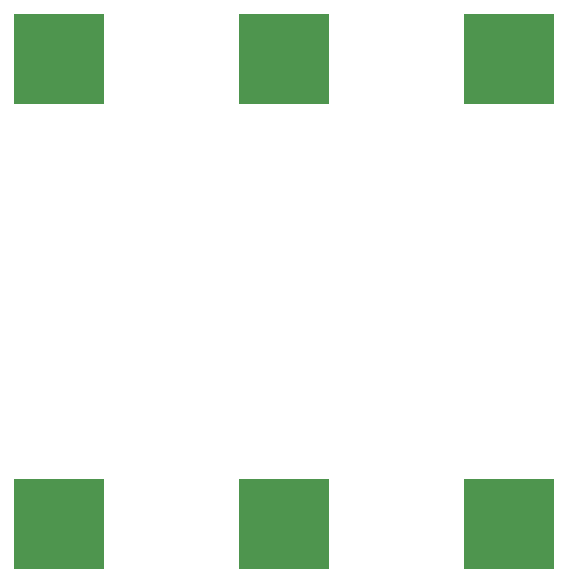
<source format=gbr>
G04 EAGLE Gerber RS-274X export*
G75*
%MOMM*%
%FSLAX34Y34*%
%LPD*%
%INSolderpaste Top*%
%IPPOS*%
%AMOC8*
5,1,8,0,0,1.08239X$1,22.5*%
G01*
%ADD10R,7.620000X7.620000*%


D10*
X1320800Y622300D03*
X1320800Y228600D03*
X1130300Y622300D03*
X1130300Y228600D03*
X939800Y622300D03*
X939800Y228600D03*
M02*

</source>
